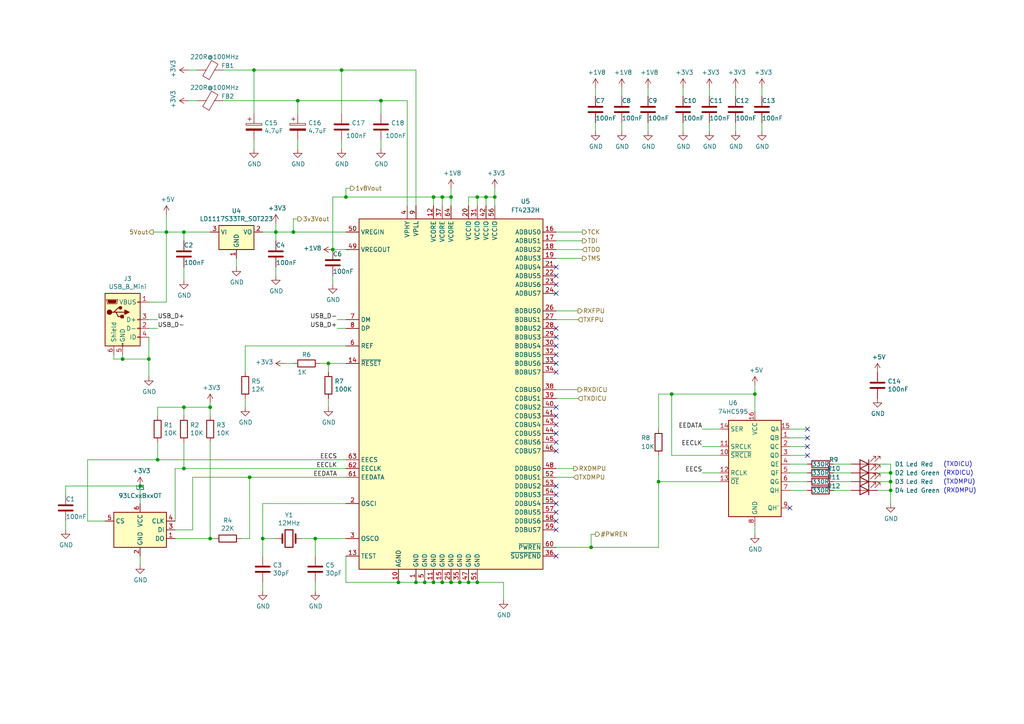
<source format=kicad_sch>
(kicad_sch (version 20230121) (generator eeschema)
  (paper "A4")
  (lib_symbols
    (symbol "74xx:74HC595"
      (property "Reference" "U" (at -7.62 13.97 0))
      (property "Value" "74HC595" (at -7.62 -16.51 0))
      (symbol "74HC595_1_0"
        (pin tri_state line (at 10.16 7.62 180) (length 2.54) (name "QB") (number "1"))
        (pin input line (at -10.16 2.54 0) (length 2.54) (name "~{SRCLR}") (number "10"))
        (pin input line (at -10.16 5.08 0) (length 2.54) (name "SRCLK") (number "11"))
        (pin input line (at -10.16 -2.54 0) (length 2.54) (name "RCLK") (number "12"))
        (pin input line (at -10.16 -5.08 0) (length 2.54) (name "~{OE}") (number "13"))
        (pin input line (at -10.16 10.16 0) (length 2.54) (name "SER") (number "14"))
        (pin tri_state line (at 10.16 10.16 180) (length 2.54) (name "QA") (number "15"))
        (pin power_in line (at 0 15.24 270) (length 2.54) (name "VCC") (number "16"))
        (pin tri_state line (at 10.16 5.08 180) (length 2.54) (name "QC") (number "2"))
        (pin tri_state line (at 10.16 2.54 180) (length 2.54) (name "QD") (number "3"))
        (pin tri_state line (at 10.16 0 180) (length 2.54) (name "QE") (number "4"))
        (pin tri_state line (at 10.16 -2.54 180) (length 2.54) (name "QF") (number "5"))
        (pin tri_state line (at 10.16 -5.08 180) (length 2.54) (name "QG") (number "6"))
        (pin tri_state line (at 10.16 -7.62 180) (length 2.54) (name "QH") (number "7"))
        (pin power_in line (at 0 -17.78 90) (length 2.54) (name "GND") (number "8"))
        (pin output line (at 10.16 -12.7 180) (length 2.54) (name "QH'") (number "9"))
      )
      (symbol "74HC595_1_1"
        (rectangle (start -7.62 12.7) (end 7.62 -15.24) (stroke (width 0.254)) (fill (type background)))
      )
    )
    (symbol "Device:C" (pin_numbers hide) (pin_names (offset 0.254))
      (property "Reference" "C" (at 0.635 2.54 0))
      (property "Value" "C" (at 0.635 -2.54 0))
      (symbol "C_0_1"
        (polyline (pts (xy -2.032 -0.762) (xy 2.032 -0.762)) (stroke (width 0.508)))
        (polyline (pts (xy -2.032 0.762) (xy 2.032 0.762)) (stroke (width 0.508)))
      )
      (symbol "C_1_1"
        (pin passive line (at 0 3.81 270) (length 2.794) (name "~") (number "1"))
        (pin passive line (at 0 -3.81 90) (length 2.794) (name "~") (number "2"))
      )
    )
    (symbol "Device:Crystal" (pin_numbers hide) (pin_names (offset 1.016) hide)
      (property "Reference" "Y" (at 0 3.81 0))
      (property "Value" "Crystal" (at 0 -3.81 0))
      (symbol "Crystal_0_1"
        (rectangle (start -1.143 2.54) (end 1.143 -2.54) (stroke (width 0.3048)))
        (polyline (pts (xy -2.54 0) (xy -1.905 0)))
        (polyline (pts (xy -1.905 -1.27) (xy -1.905 1.27)) (stroke (width 0.508)))
        (polyline (pts (xy 1.905 -1.27) (xy 1.905 1.27)) (stroke (width 0.508)))
        (polyline (pts (xy 2.54 0) (xy 1.905 0)))
      )
      (symbol "Crystal_1_1"
        (pin passive line (at -3.81 0 0) (length 1.27) (name "1") (number "1"))
        (pin passive line (at 3.81 0 180) (length 1.27) (name "2") (number "2"))
      )
    )
    (symbol "Device:LED" (pin_numbers hide) (pin_names (offset 1.016) hide)
      (property "Reference" "D" (at 0 2.54 0))
      (property "Value" "LED" (at 0 -2.54 0))
      (symbol "LED_0_1"
        (polyline (pts (xy -1.27 -1.27) (xy -1.27 1.27)) (stroke (width 0.254)))
        (polyline (pts (xy -1.27 0) (xy 1.27 0)))
        (polyline (pts (xy 1.27 -1.27) (xy 1.27 1.27) (xy -1.27 0) (xy 1.27 -1.27)) (stroke (width 0.254)))
        (polyline (pts (xy -3.048 -0.762) (xy -4.572 -2.286) (xy -3.81 -2.286) (xy -4.572 -2.286) (xy -4.572 -1.524)))
        (polyline (pts (xy -1.778 -0.762) (xy -3.302 -2.286) (xy -2.54 -2.286) (xy -3.302 -2.286) (xy -3.302 -1.524)))
      )
      (symbol "LED_1_1"
        (pin passive line (at -3.81 0 0) (length 2.54) (name "K") (number "1"))
        (pin passive line (at 3.81 0 180) (length 2.54) (name "A") (number "2"))
      )
    )
    (symbol "Device:R" (pin_numbers hide) (pin_names (offset 0))
      (property "Reference" "R" (at 2.032 0 90))
      (property "Value" "R" (at 0 0 90))
      (symbol "R_0_1"
        (rectangle (start -1.016 -2.54) (end 1.016 2.54) (stroke (width 0.254)))
      )
      (symbol "R_1_1"
        (pin passive line (at 0 3.81 270) (length 1.27) (name "~") (number "1"))
        (pin passive line (at 0 -3.81 90) (length 1.27) (name "~") (number "2"))
      )
    )
    (symbol "Interface_USB:FT4232H"
      (property "Reference" "U" (at -26.67 53.34 0))
      (property "Value" "FT4232H" (at 19.05 53.34 0))
      (symbol "FT4232H_0_1"
        (rectangle (start -26.67 -49.53) (end 26.67 52.07) (stroke (width 0.254)) (fill (type background)))
      )
      (symbol "FT4232H_1_1"
        (pin power_in line (at -10.16 -53.34 90) (length 3.81) (name "GND") (number "1"))
        (pin power_in line (at -15.24 -53.34 90) (length 3.81) (name "AGND") (number "10"))
        (pin power_in line (at -5.08 -53.34 90) (length 3.81) (name "GND") (number "11"))
        (pin power_in line (at -5.08 55.88 270) (length 3.81) (name "VCORE") (number "12"))
        (pin input line (at -30.48 -45.72 0) (length 3.81) (name "TEST") (number "13"))
        (pin input line (at -30.48 10.16 0) (length 3.81) (name "~{RESET}") (number "14"))
        (pin power_in line (at -2.54 -53.34 90) (length 3.81) (name "GND") (number "15"))
        (pin bidirectional line (at 30.48 48.26 180) (length 3.81) (name "ADBUS0") (number "16"))
        (pin bidirectional line (at 30.48 45.72 180) (length 3.81) (name "ADBUS1") (number "17"))
        (pin bidirectional line (at 30.48 43.18 180) (length 3.81) (name "ADBUS2") (number "18"))
        (pin bidirectional line (at 30.48 40.64 180) (length 3.81) (name "ADBUS3") (number "19"))
        (pin input line (at -30.48 -30.48 0) (length 3.81) (name "OSCI") (number "2"))
        (pin power_in line (at 5.08 55.88 270) (length 3.81) (name "VCCIO") (number "20"))
        (pin bidirectional line (at 30.48 38.1 180) (length 3.81) (name "ADBUS4") (number "21"))
        (pin bidirectional line (at 30.48 35.56 180) (length 3.81) (name "ADBUS5") (number "22"))
        (pin bidirectional line (at 30.48 33.02 180) (length 3.81) (name "ADBUS6") (number "23"))
        (pin bidirectional line (at 30.48 30.48 180) (length 3.81) (name "ADBUS7") (number "24"))
        (pin power_in line (at 0 -53.34 90) (length 3.81) (name "GND") (number "25"))
        (pin bidirectional line (at 30.48 25.4 180) (length 3.81) (name "BDBUS0") (number "26"))
        (pin bidirectional line (at 30.48 22.86 180) (length 3.81) (name "BDBUS1") (number "27"))
        (pin bidirectional line (at 30.48 20.32 180) (length 3.81) (name "BDBUS2") (number "28"))
        (pin bidirectional line (at 30.48 17.78 180) (length 3.81) (name "BDBUS3") (number "29"))
        (pin output line (at -30.48 -40.64 0) (length 3.81) (name "OSCO") (number "3"))
        (pin bidirectional line (at 30.48 15.24 180) (length 3.81) (name "BDBUS4") (number "30"))
        (pin power_in line (at 7.62 55.88 270) (length 3.81) (name "VCCIO") (number "31"))
        (pin bidirectional line (at 30.48 12.7 180) (length 3.81) (name "BDBUS5") (number "32"))
        (pin bidirectional line (at 30.48 10.16 180) (length 3.81) (name "BDBUS6") (number "33"))
        (pin bidirectional line (at 30.48 7.62 180) (length 3.81) (name "BDBUS7") (number "34"))
        (pin power_in line (at 2.54 -53.34 90) (length 3.81) (name "GND") (number "35"))
        (pin output line (at 30.48 -45.72 180) (length 3.81) (name "~{SUSPEND}") (number "36"))
        (pin power_in line (at -2.54 55.88 270) (length 3.81) (name "VCORE") (number "37"))
        (pin bidirectional line (at 30.48 2.54 180) (length 3.81) (name "CDBUS0") (number "38"))
        (pin bidirectional line (at 30.48 0 180) (length 3.81) (name "CDBUS1") (number "39"))
        (pin power_in line (at -12.7 55.88 270) (length 3.81) (name "VPHY") (number "4"))
        (pin bidirectional line (at 30.48 -2.54 180) (length 3.81) (name "CDBUS2") (number "40"))
        (pin bidirectional line (at 30.48 -5.08 180) (length 3.81) (name "CDBUS3") (number "41"))
        (pin power_in line (at 10.16 55.88 270) (length 3.81) (name "VCCIO") (number "42"))
        (pin bidirectional line (at 30.48 -7.62 180) (length 3.81) (name "CDBUS4") (number "43"))
        (pin bidirectional line (at 30.48 -10.16 180) (length 3.81) (name "CDBUS5") (number "44"))
        (pin bidirectional line (at 30.48 -12.7 180) (length 3.81) (name "CDBUS6") (number "45"))
        (pin bidirectional line (at 30.48 -15.24 180) (length 3.81) (name "CDBUS7") (number "46"))
        (pin power_in line (at 5.08 -53.34 90) (length 3.81) (name "GND") (number "47"))
        (pin bidirectional line (at 30.48 -20.32 180) (length 3.81) (name "DDBUS0") (number "48"))
        (pin power_out line (at -30.48 43.18 0) (length 3.81) (name "VREGOUT") (number "49"))
        (pin power_in line (at -7.62 -53.34 90) (length 3.81) (name "GND") (number "5"))
        (pin power_in line (at -30.48 48.26 0) (length 3.81) (name "VREGIN") (number "50"))
        (pin power_in line (at 7.62 -53.34 90) (length 3.81) (name "GND") (number "51"))
        (pin bidirectional line (at 30.48 -22.86 180) (length 3.81) (name "DDBUS1") (number "52"))
        (pin bidirectional line (at 30.48 -25.4 180) (length 3.81) (name "DDBUS2") (number "53"))
        (pin bidirectional line (at 30.48 -27.94 180) (length 3.81) (name "DDBUS3") (number "54"))
        (pin bidirectional line (at 30.48 -30.48 180) (length 3.81) (name "DDBUS4") (number "55"))
        (pin power_in line (at 12.7 55.88 270) (length 3.81) (name "VCCIO") (number "56"))
        (pin bidirectional line (at 30.48 -33.02 180) (length 3.81) (name "DDBUS5") (number "57"))
        (pin bidirectional line (at 30.48 -35.56 180) (length 3.81) (name "DDBUS6") (number "58"))
        (pin bidirectional line (at 30.48 -38.1 180) (length 3.81) (name "DDBUS7") (number "59"))
        (pin input line (at -30.48 15.24 0) (length 3.81) (name "REF") (number "6"))
        (pin output line (at 30.48 -43.18 180) (length 3.81) (name "~{PWREN}") (number "60"))
        (pin bidirectional line (at -30.48 -22.86 0) (length 3.81) (name "EEDATA") (number "61"))
        (pin output line (at -30.48 -20.32 0) (length 3.81) (name "EECLK") (number "62"))
        (pin output line (at -30.48 -17.78 0) (length 3.81) (name "EECS") (number "63"))
        (pin power_in line (at 0 55.88 270) (length 3.81) (name "VCORE") (number "64"))
        (pin bidirectional line (at -30.48 22.86 0) (length 3.81) (name "DM") (number "7"))
        (pin bidirectional line (at -30.48 20.32 0) (length 3.81) (name "DP") (number "8"))
        (pin power_in line (at -10.16 55.88 270) (length 3.81) (name "VPLL") (number "9"))
      )
    )
    (symbol "Memory_EEPROM:93LCxxBxxOT"
      (property "Reference" "U" (at -6.35 6.35 0))
      (property "Value" "93LCxxBxxOT" (at 7.62 -6.35 0))
      (symbol "93LCxxBxxOT_0_1"
        (rectangle (start -7.62 5.08) (end 7.62 -5.08) (stroke (width 0.254)) (fill (type background)))
      )
      (symbol "93LCxxBxxOT_1_1"
        (pin tri_state line (at 10.16 -2.54 180) (length 2.54) (name "DO") (number "1"))
        (pin power_in line (at 0 -7.62 90) (length 2.54) (name "GND") (number "2"))
        (pin input line (at 10.16 0 180) (length 2.54) (name "DI") (number "3"))
        (pin input line (at 10.16 2.54 180) (length 2.54) (name "CLK") (number "4"))
        (pin input line (at -10.16 2.54 0) (length 2.54) (name "CS") (number "5"))
        (pin power_in line (at 0 7.62 270) (length 2.54) (name "VCC") (number "6"))
      )
    )
    (symbol "Regulator_Linear:LD1117S33TR_SOT223"
      (property "Reference" "U" (at -3.81 3.175 0))
      (property "Value" "LD1117S33TR_SOT223" (at 0 3.175 0))
      (symbol "LD1117S33TR_SOT223_0_1"
        (rectangle (start -5.08 -5.08) (end 5.08 1.905) (stroke (width 0.254)) (fill (type background)))
      )
      (symbol "LD1117S33TR_SOT223_1_1"
        (pin power_in line (at 0 -7.62 90) (length 2.54) (name "GND") (number "1"))
        (pin power_out line (at 7.62 0 180) (length 2.54) (name "VO") (number "2"))
        (pin power_in line (at -7.62 0 0) (length 2.54) (name "VI") (number "3"))
      )
    )
    (symbol "ml_dev_board-rescue:CP-Device" (pin_numbers hide) (pin_names (offset 0.254))
      (property "Reference" "C" (at 0.635 2.54 0))
      (property "Value" "Device_CP" (at 0.635 -2.54 0))
      (symbol "CP-Device_0_1"
        (rectangle (start -2.286 0.508) (end 2.286 1.016))
        (polyline (pts (xy -1.778 2.286) (xy -0.762 2.286)))
        (polyline (pts (xy -1.27 2.794) (xy -1.27 1.778)))
        (rectangle (start 2.286 -0.508) (end -2.286 -1.016) (fill (type outline)))
      )
      (symbol "CP-Device_1_1"
        (pin passive line (at 0 3.81 270) (length 2.794) (name "~") (number "1"))
        (pin passive line (at 0 -3.81 90) (length 2.794) (name "~") (number "2"))
      )
    )
    (symbol "ml_dev_board-rescue:Ferrite_Bead-Device" (pin_numbers hide) (pin_names (offset 0))
      (property "Reference" "FB" (at -3.81 0.635 90))
      (property "Value" "Device_Ferrite_Bead" (at 3.81 0 90))
      (symbol "Ferrite_Bead-Device_0_1"
        (polyline (pts (xy 0 -1.27) (xy 0 -1.2192)))
        (polyline (pts (xy 0 1.27) (xy 0 1.2954)))
        (polyline (pts (xy -2.7686 0.4064) (xy -1.7018 2.2606) (xy 2.7686 -0.3048) (xy 1.6764 -2.159) (xy -2.7686 0.4064)))
      )
      (symbol "Ferrite_Bead-Device_1_1"
        (pin passive line (at 0 3.81 270) (length 2.54) (name "~") (number "1"))
        (pin passive line (at 0 -3.81 90) (length 2.54) (name "~") (number "2"))
      )
    )
    (symbol "ml_dev_board-rescue:USB_B_Mini-Connector" (pin_names (offset 1.016))
      (property "Reference" "J" (at -5.08 11.43 0))
      (property "Value" "Connector_USB_B_Mini" (at -5.08 8.89 0))
      (symbol "USB_B_Mini-Connector_0_1"
        (rectangle (start -5.08 -7.62) (end 5.08 7.62) (stroke (width 0.254)) (fill (type background)))
        (circle (center -3.81 2.159) (radius 0.635) (stroke (width 0.254)) (fill (type outline)))
        (circle (center -0.635 3.429) (radius 0.381) (stroke (width 0.254)) (fill (type outline)))
        (rectangle (start -0.127 -7.62) (end 0.127 -6.858))
        (polyline (pts (xy -1.905 2.159) (xy 0.635 2.159)) (stroke (width 0.254)))
        (polyline (pts (xy -3.175 2.159) (xy -2.54 2.159) (xy -1.27 3.429) (xy -0.635 3.429)) (stroke (width 0.254)))
        (polyline (pts (xy -2.54 2.159) (xy -1.905 2.159) (xy -1.27 0.889) (xy 0 0.889)) (stroke (width 0.254)))
        (polyline (pts (xy 0.635 2.794) (xy 0.635 1.524) (xy 1.905 2.159) (xy 0.635 2.794)) (stroke (width 0.254)) (fill (type outline)))
        (polyline (pts (xy -4.318 5.588) (xy -1.778 5.588) (xy -2.032 4.826) (xy -4.064 4.826) (xy -4.318 5.588)) (fill (type outline)))
        (polyline (pts (xy -4.699 5.842) (xy -4.699 5.588) (xy -4.445 4.826) (xy -4.445 4.572) (xy -1.651 4.572) (xy -1.651 4.826) (xy -1.397 5.588) (xy -1.397 5.842) (xy -4.699 5.842)))
        (rectangle (start 0.254 1.27) (end -0.508 0.508) (stroke (width 0.254)) (fill (type outline)))
        (rectangle (start 5.08 -5.207) (end 4.318 -4.953))
        (rectangle (start 5.08 -2.667) (end 4.318 -2.413))
        (rectangle (start 5.08 -0.127) (end 4.318 0.127))
        (rectangle (start 5.08 4.953) (end 4.318 5.207))
      )
      (symbol "USB_B_Mini-Connector_1_1"
        (pin power_out line (at 7.62 5.08 180) (length 2.54) (name "VBUS") (number "1"))
        (pin passive line (at 7.62 -2.54 180) (length 2.54) (name "D-") (number "2"))
        (pin passive line (at 7.62 0 180) (length 2.54) (name "D+") (number "3"))
        (pin passive line (at 7.62 -5.08 180) (length 2.54) (name "ID") (number "4"))
        (pin power_out line (at 0 -10.16 90) (length 2.54) (name "GND") (number "5"))
        (pin passive line (at -2.54 -10.16 90) (length 2.54) (name "Shield") (number "6"))
      )
    )
    (symbol "power:+1V8" (power) (pin_names (offset 0))
      (property "Value" "+1V8" (at 0 3.556 0))
      (symbol "+1V8_0_1"
        (polyline (pts (xy -0.762 1.27) (xy 0 2.54)))
        (polyline (pts (xy 0 0) (xy 0 2.54)))
        (polyline (pts (xy 0 2.54) (xy 0.762 1.27)))
      )
      (symbol "+1V8_1_1"
        (pin power_in line (at 0 0 90) (length 0) hide (name "+1V8") (number "1"))
      )
    )
    (symbol "power:+3V3" (power) (pin_names (offset 0))
      (property "Value" "+3V3" (at 0 3.556 0))
      (symbol "+3V3_0_1"
        (polyline (pts (xy -0.762 1.27) (xy 0 2.54)))
        (polyline (pts (xy 0 0) (xy 0 2.54)))
        (polyline (pts (xy 0 2.54) (xy 0.762 1.27)))
      )
      (symbol "+3V3_1_1"
        (pin power_in line (at 0 0 90) (length 0) hide (name "+3V3") (number "1"))
      )
    )
    (symbol "power:+5V" (power) (pin_names (offset 0))
      (property "Value" "+5V" (at 0 3.556 0))
      (symbol "+5V_0_1"
        (polyline (pts (xy -0.762 1.27) (xy 0 2.54)))
        (polyline (pts (xy 0 0) (xy 0 2.54)))
        (polyline (pts (xy 0 2.54) (xy 0.762 1.27)))
      )
      (symbol "+5V_1_1"
        (pin power_in line (at 0 0 90) (length 0) hide (name "+5V") (number "1"))
      )
    )
    (symbol "power:GND" (power) (pin_names (offset 0))
      (property "Value" "GND" (at 0 -3.81 0))
      (symbol "GND_0_1"
        (polyline (pts (xy 0 0) (xy 0 -1.27) (xy 1.27 -1.27) (xy 0 -2.54) (xy -1.27 -1.27) (xy 0 -1.27)))
      )
      (symbol "GND_1_1"
        (pin power_in line (at 0 0 270) (length 0) hide (name "GND") (number "1"))
      )
    )
  )
  (junction (at 110.49 29.21))
  (junction (at 100.33 57.15))
  (junction (at 45.72 133.35))
  (junction (at 143.51 57.15))
  (junction (at 60.96 118.11))
  (junction (at 138.43 57.15))
  (junction (at 53.34 67.31))
  (junction (at 85.09 67.31))
  (junction (at 35.56 104.14))
  (junction (at 140.97 57.15))
  (junction (at 53.34 135.89))
  (junction (at 128.27 168.91))
  (junction (at 115.57 168.91))
  (junction (at 60.96 156.21))
  (junction (at 72.39 138.43))
  (junction (at 80.01 67.31))
  (junction (at 218.948 114.3))
  (junction (at 125.73 168.91))
  (junction (at 76.2 156.21))
  (junction (at 86.36 29.21))
  (junction (at 128.27 57.15))
  (junction (at 135.89 168.91))
  (junction (at 258.318 142.24))
  (junction (at 130.81 168.91))
  (junction (at 133.35 168.91))
  (junction (at 99.06 20.32))
  (junction (at 91.44 156.21))
  (junction (at 138.43 168.91))
  (junction (at 123.19 168.91))
  (junction (at 120.65 168.91))
  (junction (at 96.52 72.39))
  (junction (at 48.26 67.31))
  (junction (at 258.318 139.7))
  (junction (at 191.008 139.7))
  (junction (at 40.64 140.97))
  (junction (at 130.81 57.15))
  (junction (at 53.34 118.11))
  (junction (at 43.18 104.14))
  (junction (at 194.818 114.3))
  (junction (at 73.66 20.32))
  (junction (at 125.73 57.15))
  (junction (at 258.318 137.16))
  (junction (at 95.25 105.41))
  (junction (at 171.45 158.75))
  (no_connect (at 161.29 125.73))
  (no_connect (at 161.29 151.13))
  (no_connect (at 161.29 80.01))
  (no_connect (at 161.29 140.97))
  (no_connect (at 229.108 147.32))
  (no_connect (at 161.29 153.67))
  (no_connect (at 161.29 102.87))
  (no_connect (at 234.188 124.46))
  (no_connect (at 161.29 77.47))
  (no_connect (at 161.29 123.19))
  (no_connect (at 161.29 100.33))
  (no_connect (at 161.29 161.29))
  (no_connect (at 161.29 128.27))
  (no_connect (at 234.188 129.54))
  (no_connect (at 161.29 118.11))
  (no_connect (at 161.29 105.41))
  (no_connect (at 161.29 146.05))
  (no_connect (at 161.29 97.79))
  (no_connect (at 161.29 143.51))
  (no_connect (at 161.29 107.95))
  (no_connect (at 161.29 120.65))
  (no_connect (at 234.188 127))
  (no_connect (at 161.29 95.25))
  (no_connect (at 161.29 85.09))
  (no_connect (at 161.29 148.59))
  (no_connect (at 161.29 130.81))
  (no_connect (at 161.29 82.55))
  (no_connect (at 234.188 132.08))
  (wire (pts (xy 205.74 27.94) (xy 205.74 25.4)))
  (wire (pts (xy 241.808 134.62) (xy 246.888 134.62)))
  (wire (pts (xy 258.318 142.24) (xy 258.318 146.05)))
  (wire (pts (xy 53.34 77.47) (xy 53.34 81.28)))
  (wire (pts (xy 86.36 29.21) (xy 110.49 29.21)))
  (wire (pts (xy 53.34 118.11) (xy 60.96 118.11)))
  (wire (pts (xy 86.36 40.64) (xy 86.36 43.18)))
  (wire (pts (xy 191.008 114.3) (xy 194.818 114.3)))
  (wire (pts (xy 115.57 168.91) (xy 120.65 168.91)))
  (wire (pts (xy 120.65 168.91) (xy 123.19 168.91)))
  (wire (pts (xy 128.27 168.91) (xy 130.81 168.91)))
  (wire (pts (xy 258.318 137.16) (xy 258.318 139.7)))
  (wire (pts (xy 187.96 38.1) (xy 187.96 35.56)))
  (wire (pts (xy 19.05 153.67) (xy 19.05 151.13)))
  (wire (pts (xy 71.12 100.33) (xy 71.12 107.95)))
  (wire (pts (xy 91.44 161.29) (xy 91.44 156.21)))
  (wire (pts (xy 161.29 67.31) (xy 168.91 67.31)))
  (wire (pts (xy 80.01 69.85) (xy 80.01 67.31)))
  (wire (pts (xy 76.2 168.91) (xy 76.2 171.45)))
  (wire (pts (xy 40.64 161.29) (xy 40.64 163.83)))
  (wire (pts (xy 99.06 40.64) (xy 99.06 43.18)))
  (wire (pts (xy 125.73 168.91) (xy 128.27 168.91)))
  (wire (pts (xy 53.34 135.89) (xy 100.33 135.89)))
  (wire (pts (xy 161.29 69.85) (xy 168.91 69.85)))
  (wire (pts (xy 50.8 151.13) (xy 50.8 135.89)))
  (wire (pts (xy 87.63 156.21) (xy 91.44 156.21)))
  (wire (pts (xy 161.29 113.03) (xy 167.64 113.03)))
  (wire (pts (xy 130.81 57.15) (xy 130.81 54.61)))
  (wire (pts (xy 73.66 20.32) (xy 99.06 20.32)))
  (wire (pts (xy 60.96 116.84) (xy 60.96 118.11)))
  (wire (pts (xy 54.61 20.32) (xy 57.15 20.32)))
  (wire (pts (xy 60.96 156.21) (xy 60.96 128.27)))
  (wire (pts (xy 140.97 59.69) (xy 140.97 57.15)))
  (wire (pts (xy 55.88 153.67) (xy 55.88 138.43)))
  (wire (pts (xy 191.008 124.46) (xy 191.008 114.3)))
  (wire (pts (xy 229.108 139.7) (xy 234.188 139.7)))
  (wire (pts (xy 50.8 156.21) (xy 60.96 156.21)))
  (wire (pts (xy 25.4 133.35) (xy 25.4 151.13)))
  (wire (pts (xy 161.29 115.57) (xy 167.64 115.57)))
  (wire (pts (xy 241.808 137.16) (xy 246.888 137.16)))
  (wire (pts (xy 161.29 90.17) (xy 167.64 90.17)))
  (wire (pts (xy 100.33 54.61) (xy 101.6 54.61)))
  (wire (pts (xy 100.33 168.91) (xy 115.57 168.91)))
  (wire (pts (xy 76.2 67.31) (xy 80.01 67.31)))
  (wire (pts (xy 203.708 124.46) (xy 208.788 124.46)))
  (wire (pts (xy 118.11 29.21) (xy 118.11 59.69)))
  (wire (pts (xy 85.09 63.5) (xy 86.36 63.5)))
  (wire (pts (xy 213.36 27.94) (xy 213.36 25.4)))
  (wire (pts (xy 146.05 168.91) (xy 146.05 173.99)))
  (wire (pts (xy 191.008 139.7) (xy 191.008 158.75)))
  (wire (pts (xy 194.818 114.3) (xy 218.948 114.3)))
  (wire (pts (xy 69.85 156.21) (xy 72.39 156.21)))
  (wire (pts (xy 76.2 156.21) (xy 80.01 156.21)))
  (wire (pts (xy 191.008 132.08) (xy 191.008 139.7)))
  (wire (pts (xy 85.09 63.5) (xy 85.09 67.31)))
  (wire (pts (xy 53.34 128.27) (xy 53.34 135.89)))
  (wire (pts (xy 95.25 115.57) (xy 95.25 118.11)))
  (wire (pts (xy 35.56 102.87) (xy 35.56 104.14)))
  (wire (pts (xy 128.27 57.15) (xy 125.73 57.15)))
  (wire (pts (xy 203.708 129.54) (xy 208.788 129.54)))
  (wire (pts (xy 161.29 74.93) (xy 168.91 74.93)))
  (wire (pts (xy 198.12 38.1) (xy 198.12 35.56)))
  (wire (pts (xy 53.34 69.85) (xy 53.34 67.31)))
  (wire (pts (xy 143.51 54.61) (xy 143.51 57.15)))
  (wire (pts (xy 110.49 33.02) (xy 110.49 29.21)))
  (wire (pts (xy 73.66 40.64) (xy 73.66 43.18)))
  (wire (pts (xy 194.818 132.08) (xy 194.818 114.3)))
  (wire (pts (xy 218.948 114.3) (xy 218.948 119.38)))
  (wire (pts (xy 91.44 168.91) (xy 91.44 171.45)))
  (wire (pts (xy 43.18 92.71) (xy 45.72 92.71)))
  (wire (pts (xy 25.4 151.13) (xy 30.48 151.13)))
  (wire (pts (xy 130.81 57.15) (xy 128.27 57.15)))
  (wire (pts (xy 229.108 137.16) (xy 234.188 137.16)))
  (wire (pts (xy 64.77 20.32) (xy 73.66 20.32)))
  (wire (pts (xy 35.56 104.14) (xy 43.18 104.14)))
  (wire (pts (xy 43.18 104.14) (xy 43.18 97.79)))
  (wire (pts (xy 95.25 105.41) (xy 95.25 107.95)))
  (wire (pts (xy 229.108 132.08) (xy 234.188 132.08)))
  (wire (pts (xy 80.01 67.31) (xy 85.09 67.31)))
  (wire (pts (xy 138.43 168.91) (xy 146.05 168.91)))
  (wire (pts (xy 258.318 134.62) (xy 258.318 137.16)))
  (wire (pts (xy 140.97 57.15) (xy 143.51 57.15)))
  (wire (pts (xy 64.77 29.21) (xy 86.36 29.21)))
  (wire (pts (xy 133.35 168.91) (xy 135.89 168.91)))
  (wire (pts (xy 53.34 67.31) (xy 48.26 67.31)))
  (wire (pts (xy 45.72 133.35) (xy 100.33 133.35)))
  (wire (pts (xy 172.72 154.94) (xy 171.45 154.94)))
  (wire (pts (xy 180.34 38.1) (xy 180.34 35.56)))
  (wire (pts (xy 258.318 139.7) (xy 258.318 142.24)))
  (wire (pts (xy 72.39 156.21) (xy 72.39 138.43)))
  (wire (pts (xy 50.8 135.89) (xy 53.34 135.89)))
  (wire (pts (xy 40.64 146.05) (xy 40.64 140.97)))
  (wire (pts (xy 110.49 29.21) (xy 118.11 29.21)))
  (wire (pts (xy 55.88 138.43) (xy 72.39 138.43)))
  (wire (pts (xy 161.29 138.43) (xy 166.37 138.43)))
  (wire (pts (xy 33.02 102.87) (xy 33.02 104.14)))
  (wire (pts (xy 96.52 72.39) (xy 96.52 57.15)))
  (wire (pts (xy 135.89 57.15) (xy 138.43 57.15)))
  (wire (pts (xy 44.45 67.31) (xy 48.26 67.31)))
  (wire (pts (xy 97.79 95.25) (xy 100.33 95.25)))
  (wire (pts (xy 48.26 67.31) (xy 48.26 87.63)))
  (wire (pts (xy 130.81 59.69) (xy 130.81 57.15)))
  (wire (pts (xy 80.01 67.31) (xy 80.01 64.77)))
  (wire (pts (xy 198.12 27.94) (xy 198.12 25.4)))
  (wire (pts (xy 92.71 105.41) (xy 95.25 105.41)))
  (wire (pts (xy 180.34 25.4) (xy 180.34 27.94)))
  (wire (pts (xy 96.52 57.15) (xy 100.33 57.15)))
  (wire (pts (xy 161.29 135.89) (xy 166.37 135.89)))
  (wire (pts (xy 229.108 142.24) (xy 234.188 142.24)))
  (wire (pts (xy 96.52 80.01) (xy 96.52 82.55)))
  (wire (pts (xy 205.74 38.1) (xy 205.74 35.56)))
  (wire (pts (xy 254.508 134.62) (xy 258.318 134.62)))
  (wire (pts (xy 213.36 38.1) (xy 213.36 35.56)))
  (wire (pts (xy 45.72 118.11) (xy 53.34 118.11)))
  (wire (pts (xy 218.948 152.4) (xy 218.948 154.94)))
  (wire (pts (xy 254.508 142.24) (xy 258.318 142.24)))
  (wire (pts (xy 97.79 92.71) (xy 100.33 92.71)))
  (wire (pts (xy 220.98 27.94) (xy 220.98 25.4)))
  (wire (pts (xy 241.808 142.24) (xy 246.888 142.24)))
  (wire (pts (xy 191.008 158.75) (xy 171.45 158.75)))
  (wire (pts (xy 60.96 67.31) (xy 53.34 67.31)))
  (wire (pts (xy 99.06 20.32) (xy 120.65 20.32)))
  (wire (pts (xy 135.89 57.15) (xy 135.89 59.69)))
  (wire (pts (xy 161.29 92.71) (xy 167.64 92.71)))
  (wire (pts (xy 172.72 25.4) (xy 172.72 27.94)))
  (wire (pts (xy 161.29 72.39) (xy 168.91 72.39)))
  (wire (pts (xy 100.33 57.15) (xy 125.73 57.15)))
  (wire (pts (xy 72.39 138.43) (xy 100.33 138.43)))
  (wire (pts (xy 76.2 146.05) (xy 76.2 156.21)))
  (wire (pts (xy 43.18 104.14) (xy 43.18 109.22)))
  (wire (pts (xy 60.96 156.21) (xy 62.23 156.21)))
  (wire (pts (xy 100.33 72.39) (xy 96.52 72.39)))
  (wire (pts (xy 203.708 137.16) (xy 208.788 137.16)))
  (wire (pts (xy 100.33 100.33) (xy 71.12 100.33)))
  (wire (pts (xy 138.43 59.69) (xy 138.43 57.15)))
  (wire (pts (xy 68.58 74.93) (xy 68.58 77.47)))
  (wire (pts (xy 45.72 120.65) (xy 45.72 118.11)))
  (wire (pts (xy 135.89 168.91) (xy 138.43 168.91)))
  (wire (pts (xy 48.26 67.31) (xy 48.26 62.23)))
  (wire (pts (xy 86.36 33.02) (xy 86.36 29.21)))
  (wire (pts (xy 218.948 111.76) (xy 218.948 114.3)))
  (wire (pts (xy 110.49 40.64) (xy 110.49 43.18)))
  (wire (pts (xy 130.81 168.91) (xy 133.35 168.91)))
  (wire (pts (xy 99.06 20.32) (xy 99.06 33.02)))
  (wire (pts (xy 82.55 105.41) (xy 85.09 105.41)))
  (wire (pts (xy 123.19 168.91) (xy 125.73 168.91)))
  (wire (pts (xy 143.51 59.69) (xy 143.51 57.15)))
  (wire (pts (xy 161.29 158.75) (xy 171.45 158.75)))
  (wire (pts (xy 220.98 38.1) (xy 220.98 35.56)))
  (wire (pts (xy 241.808 139.7) (xy 246.888 139.7)))
  (wire (pts (xy 254.508 137.16) (xy 258.318 137.16)))
  (wire (pts (xy 138.43 57.15) (xy 140.97 57.15)))
  (wire (pts (xy 45.72 128.27) (xy 45.72 133.35)))
  (wire (pts (xy 120.65 20.32) (xy 120.65 59.69)))
  (wire (pts (xy 76.2 146.05) (xy 100.33 146.05)))
  (wire (pts (xy 229.108 124.46) (xy 234.188 124.46)))
  (wire (pts (xy 229.108 129.54) (xy 234.188 129.54)))
  (wire (pts (xy 187.96 25.4) (xy 187.96 27.94)))
  (wire (pts (xy 91.44 156.21) (xy 100.33 156.21)))
  (wire (pts (xy 48.26 87.63) (xy 43.18 87.63)))
  (wire (pts (xy 50.8 153.67) (xy 55.88 153.67)))
  (wire (pts (xy 100.33 54.61) (xy 100.33 57.15)))
  (wire (pts (xy 33.02 104.14) (xy 35.56 104.14)))
  (wire (pts (xy 229.108 134.62) (xy 234.188 134.62)))
  (wire (pts (xy 71.12 115.57) (xy 71.12 118.11)))
  (wire (pts (xy 208.788 132.08) (xy 194.818 132.08)))
  (wire (pts (xy 73.66 20.32) (xy 73.66 33.02)))
  (wire (pts (xy 254.508 139.7) (xy 258.318 139.7)))
  (wire (pts (xy 53.34 120.65) (xy 53.34 118.11)))
  (wire (pts (xy 229.108 127) (xy 234.188 127)))
  (wire (pts (xy 76.2 161.29) (xy 76.2 156.21)))
  (wire (pts (xy 172.72 38.1) (xy 172.72 35.56)))
  (wire (pts (xy 25.4 133.35) (xy 45.72 133.35)))
  (wire (pts (xy 191.008 139.7) (xy 208.788 139.7)))
  (wire (pts (xy 19.05 143.51) (xy 19.05 140.97)))
  (wire (pts (xy 128.27 59.69) (xy 128.27 57.15)))
  (wire (pts (xy 40.64 140.97) (xy 19.05 140.97)))
  (wire (pts (xy 85.09 67.31) (xy 100.33 67.31)))
  (wire (pts (xy 43.18 95.25) (xy 45.72 95.25)))
  (wire (pts (xy 60.96 118.11) (xy 60.96 120.65)))
  (wire (pts (xy 80.01 80.01) (xy 80.01 77.47)))
  (wire (pts (xy 54.61 29.21) (xy 57.15 29.21)))
  (wire (pts (xy 125.73 59.69) (xy 125.73 57.15)))
  (wire (pts (xy 171.45 154.94) (xy 171.45 158.75)))
  (wire (pts (xy 100.33 161.29) (xy 100.33 168.91)))
  (wire (pts (xy 95.25 105.41) (xy 100.33 105.41)))
  (text "(RXDMPU)" (at 273.558 143.129 0) (effects (font (size 1.27 1.27)) (justify left bottom)))
  (text "(RXDICU)" (at 273.558 138.049 0) (effects (font (size 1.27 1.27)) (justify left bottom)))
  (text "(TXDICU)" (at 273.558 135.509 0) (effects (font (size 1.27 1.27)) (justify left bottom)))
  (text "(TXDMPU)" (at 273.558 140.589 0) (effects (font (size 1.27 1.27)) (justify left bottom)))
  (label "EECS" (at 203.708 137.16 180))
  (label "EEDATA" (at 203.708 124.46 180))
  (label "USB_D-" (at 97.79 92.71 180))
  (label "USB_D+" (at 97.79 95.25 180))
  (label "EECLK" (at 97.79 135.89 180))
  (label "EECS" (at 97.79 133.35 180))
  (label "EEDATA" (at 97.79 138.43 180))
  (label "USB_D+" (at 45.72 92.71 0))
  (label "EECLK" (at 203.708 129.54 180))
  (label "USB_D-" (at 45.72 95.25 0))
  (hierarchical_label "TDI" (shape output) (at 168.91 69.85 0))
  (hierarchical_label "#PWREN" (shape output) (at 172.72 154.94 0))
  (hierarchical_label "TCK" (shape output) (at 168.91 67.31 0))
  (hierarchical_label "RXDICU" (shape output) (at 167.64 113.03 0))
  (hierarchical_label "RXFPU" (shape output) (at 167.64 90.17 0))
  (hierarchical_label "3v3Vout" (shape output) (at 86.36 63.5 0))
  (hierarchical_label "RXDMPU" (shape output) (at 166.37 135.89 0))
  (hierarchical_label "TMS" (shape output) (at 168.91 74.93 0))
  (hierarchical_label "5Vout" (shape output) (at 44.45 67.31 180))
  (hierarchical_label "TXFPU" (shape input) (at 167.64 92.71 0))
  (hierarchical_label "TXDMPU" (shape input) (at 166.37 138.43 0))
  (hierarchical_label "1v8Vout" (shape output) (at 101.6 54.61 0))
  (hierarchical_label "TXDICU" (shape input) (at 167.64 115.57 0))
  (hierarchical_label "TDO" (shape input) (at 168.91 72.39 0))
  (symbol (lib_id "Interface_USB:FT4232H") (at 130.81 115.57 0) (unit 1)
    (property "Reference" "U5" (at 152.4 58.42 0))
    (property "Value" "FT4232H" (at 152.4 60.96 0))
    (property "Footprint" "ml_dev_board:LQFP-64-1EP_10x10mm_P0.5mm_EP6.5x6.5mm_no_central_solder_pad" (effects hide))
    (property "Datasheet" "https://www.ftdichip.com/Support/Documents/DataSheets/ICs/DS_FT4232H.pdf" (effects hide))
  )
  (symbol (lib_id "power:GND") (at 146.05 173.99 0) (unit 1)
    (property "Reference" "#PWR0105" (effects hide))
    (property "Value" "GND" (at 146.177 178.3842 0))
  )
  (symbol (lib_id "ml_dev_board-rescue:USB_B_Mini-Connector") (at 35.56 92.71 0) (unit 1)
    (property "Reference" "J3" (at 37.0078 80.8482 0))
    (property "Value" "USB_B_Mini" (at 37.0078 83.1596 0))
    (property "Footprint" "Connector_USB:USB_Mini-B_Lumberg_2486_01_Horizontal" (effects hide))
  )
  (symbol (lib_id "power:GND") (at 43.18 109.22 0) (unit 1)
    (property "Reference" "#PWR0106" (effects hide))
    (property "Value" "GND" (at 43.307 113.6142 0))
  )
  (symbol (lib_id "Device:C") (at 172.72 31.75 0) (unit 1)
    (property "Reference" "C7" (at 172.72 29.21 0) (effects (justify left)))
    (property "Value" "100nF" (at 172.72 34.29 0) (effects (justify left)))
    (property "Footprint" "Capacitor_SMD:C_0805_2012Metric" (effects hide))
  )
  (symbol (lib_id "Device:C") (at 180.34 31.75 0) (unit 1)
    (property "Reference" "C8" (at 180.34 29.21 0) (effects (justify left)))
    (property "Value" "100nF" (at 180.34 34.29 0) (effects (justify left)))
    (property "Footprint" "Capacitor_SMD:C_0805_2012Metric" (effects hide))
  )
  (symbol (lib_id "Device:C") (at 187.96 31.75 0) (unit 1)
    (property "Reference" "C9" (at 187.96 29.21 0) (effects (justify left)))
    (property "Value" "100nF" (at 187.96 34.29 0) (effects (justify left)))
    (property "Footprint" "Capacitor_SMD:C_0805_2012Metric" (effects hide))
  )
  (symbol (lib_id "power:+1V8") (at 172.72 25.4 0) (unit 1)
    (property "Reference" "#PWR0107" (effects hide))
    (property "Value" "+1V8" (at 173.101 21.0058 0))
  )
  (symbol (lib_id "power:+1V8") (at 180.34 25.4 0) (unit 1)
    (property "Reference" "#PWR0108" (effects hide))
    (property "Value" "+1V8" (at 180.721 21.0058 0))
  )
  (symbol (lib_id "power:+1V8") (at 187.96 25.4 0) (unit 1)
    (property "Reference" "#PWR0109" (effects hide))
    (property "Value" "+1V8" (at 188.341 21.0058 0))
  )
  (symbol (lib_id "Device:C") (at 198.12 31.75 0) (unit 1)
    (property "Reference" "C10" (at 198.12 29.21 0) (effects (justify left)))
    (property "Value" "100nF" (at 198.12 34.29 0) (effects (justify left)))
    (property "Footprint" "Capacitor_SMD:C_0805_2012Metric" (effects hide))
  )
  (symbol (lib_id "Device:C") (at 213.36 31.75 0) (unit 1)
    (property "Reference" "C12" (at 213.36 29.21 0) (effects (justify left)))
    (property "Value" "100nF" (at 213.36 34.29 0) (effects (justify left)))
    (property "Footprint" "Capacitor_SMD:C_0805_2012Metric" (effects hide))
  )
  (symbol (lib_id "Device:C") (at 205.74 31.75 0) (unit 1)
    (property "Reference" "C11" (at 205.74 29.21 0) (effects (justify left)))
    (property "Value" "100nF" (at 205.74 34.29 0) (effects (justify left)))
    (property "Footprint" "Capacitor_SMD:C_0805_2012Metric" (effects hide))
  )
  (symbol (lib_id "Device:C") (at 220.98 31.75 0) (unit 1)
    (property "Reference" "C13" (at 220.98 29.21 0) (effects (justify left)))
    (property "Value" "100nF" (at 220.98 34.29 0) (effects (justify left)))
    (property "Footprint" "Capacitor_SMD:C_0805_2012Metric" (effects hide))
  )
  (symbol (lib_id "74xx:74HC595") (at 218.948 134.62 0) (unit 1)
    (property "Reference" "U6" (at 212.598 116.84 0))
    (property "Value" "74HC595" (at 212.598 119.38 0))
    (property "Footprint" "Package_SO:TSSOP-16_4.4x5mm_P0.65mm" (effects hide))
    (property "Datasheet" "http://www.ti.com/lit/ds/symlink/sn74hc595.pdf" (effects hide))
  )
  (symbol (lib_id "power:+5V") (at 48.26 62.23 0) (unit 1)
    (property "Reference" "#PWR0138" (effects hide))
    (property "Value" "+5V" (at 48.641 57.8358 0))
  )
  (symbol (lib_id "power:+5V") (at 218.948 111.76 0) (unit 1)
    (property "Reference" "#PWR0139" (effects hide))
    (property "Value" "+5V" (at 219.329 107.3658 0))
  )
  (symbol (lib_id "power:+1V8") (at 130.81 54.61 0) (unit 1)
    (property "Reference" "#PWR0110" (effects hide))
    (property "Value" "+1V8" (at 131.191 50.2158 0))
  )
  (symbol (lib_id "power:+3V3") (at 143.51 54.61 0) (unit 1)
    (property "Reference" "#PWR0111" (effects hide))
    (property "Value" "+3V3" (at 143.891 50.2158 0))
  )
  (symbol (lib_id "ml_dev_board-rescue:Ferrite_Bead-Device") (at 60.96 20.32 270) (unit 1)
    (property "Reference" "FB1" (at 66.04 19.05 90))
    (property "Value" "220R@100MHz" (at 62.23 16.51 90))
    (property "Footprint" "Inductor_SMD:L_0805_2012Metric" (effects hide))
  )
  (symbol (lib_id "power:GND") (at 172.72 38.1 0) (unit 1)
    (property "Reference" "#PWR0112" (effects hide))
    (property "Value" "GND" (at 172.847 42.4942 0))
  )
  (symbol (lib_id "ml_dev_board-rescue:Ferrite_Bead-Device") (at 60.96 29.21 270) (unit 1)
    (property "Reference" "FB2" (at 66.04 27.94 90))
    (property "Value" "220R@100MHz" (at 62.23 25.4 90))
    (property "Footprint" "Inductor_SMD:L_0805_2012Metric" (effects hide))
  )
  (symbol (lib_id "power:GND") (at 218.948 154.94 0) (unit 1)
    (property "Reference" "#PWR0140" (effects hide))
    (property "Value" "GND" (at 219.075 159.3342 0))
  )
  (symbol (lib_id "power:GND") (at 180.34 38.1 0) (unit 1)
    (property "Reference" "#PWR0113" (effects hide))
    (property "Value" "GND" (at 180.467 42.4942 0))
  )
  (symbol (lib_id "power:GND") (at 187.96 38.1 0) (unit 1)
    (property "Reference" "#PWR0114" (effects hide))
    (property "Value" "GND" (at 188.087 42.4942 0))
  )
  (symbol (lib_id "power:GND") (at 205.74 38.1 0) (unit 1)
    (property "Reference" "#PWR0116" (effects hide))
    (property "Value" "GND" (at 205.867 42.4942 0))
  )
  (symbol (lib_id "power:GND") (at 213.36 38.1 0) (unit 1)
    (property "Reference" "#PWR0117" (effects hide))
    (property "Value" "GND" (at 213.487 42.4942 0))
  )
  (symbol (lib_id "power:GND") (at 220.98 38.1 0) (unit 1)
    (property "Reference" "#PWR0118" (effects hide))
    (property "Value" "GND" (at 221.107 42.4942 0))
  )
  (symbol (lib_id "power:+3V3") (at 198.12 25.4 0) (unit 1)
    (property "Reference" "#PWR0119" (effects hide))
    (property "Value" "+3V3" (at 198.501 21.0058 0))
  )
  (symbol (lib_id "power:+3V3") (at 205.74 25.4 0) (unit 1)
    (property "Reference" "#PWR0120" (effects hide))
    (property "Value" "+3V3" (at 206.121 21.0058 0))
  )
  (symbol (lib_id "power:+3V3") (at 213.36 25.4 0) (unit 1)
    (property "Reference" "#PWR0121" (effects hide))
    (property "Value" "+3V3" (at 213.741 21.0058 0))
  )
  (symbol (lib_id "power:+3V3") (at 220.98 25.4 0) (unit 1)
    (property "Reference" "#PWR0122" (effects hide))
    (property "Value" "+3V3" (at 221.361 21.0058 0))
  )
  (symbol (lib_id "Regulator_Linear:LD1117S33TR_SOT223") (at 68.58 67.31 0) (unit 1)
    (property "Reference" "U4" (at 68.58 61.1632 0))
    (property "Value" "LD1117S33TR_SOT223" (at 68.58 63.4746 0))
    (property "Footprint" "Package_TO_SOT_SMD:SOT-223-3_TabPin2" (effects hide))
    (property "Datasheet" "http://www.st.com/st-web-ui/static/active/en/resource/technical/document/datasheet/CD00000544.pdf" (effects hide))
  )
  (symbol (lib_id "power:GND") (at 68.58 77.47 0) (unit 1)
    (property "Reference" "#PWR0123" (effects hide))
    (property "Value" "GND" (at 68.707 81.8642 0))
  )
  (symbol (lib_id "power:+3V3") (at 54.61 29.21 90) (unit 1)
    (property "Reference" "#PWR0145" (effects hide))
    (property "Value" "+3V3" (at 50.2158 28.829 0))
  )
  (symbol (lib_id "Device:C") (at 53.34 73.66 0) (unit 1)
    (property "Reference" "C2" (at 53.34 71.12 0) (effects (justify left)))
    (property "Value" "100nF" (at 53.34 76.2 0) (effects (justify left)))
    (property "Footprint" "Capacitor_SMD:C_0805_2012Metric" (effects hide))
  )
  (symbol (lib_id "power:GND") (at 53.34 81.28 0) (unit 1)
    (property "Reference" "#PWR0124" (effects hide))
    (property "Value" "GND" (at 53.467 85.6742 0))
  )
  (symbol (lib_id "Device:C") (at 80.01 73.66 0) (unit 1)
    (property "Reference" "C4" (at 80.01 71.12 0) (effects (justify left)))
    (property "Value" "100nF" (at 80.01 76.2 0) (effects (justify left)))
    (property "Footprint" "Capacitor_SMD:C_0805_2012Metric" (effects hide))
  )
  (symbol (lib_id "power:GND") (at 80.01 80.01 0) (unit 1)
    (property "Reference" "#PWR0125" (effects hide))
    (property "Value" "GND" (at 80.137 84.4042 0))
  )
  (symbol (lib_id "power:+3V3") (at 80.01 64.77 0) (unit 1)
    (property "Reference" "#PWR0126" (effects hide))
    (property "Value" "+3V3" (at 80.391 60.3758 0))
  )
  (symbol (lib_id "Device:C") (at 96.52 76.2 0) (unit 1)
    (property "Reference" "C6" (at 96.52 73.66 0) (effects (justify left)))
    (property "Value" "100nF" (at 96.52 78.74 0) (effects (justify left)))
    (property "Footprint" "Capacitor_SMD:C_0805_2012Metric" (effects hide))
  )
  (symbol (lib_id "Device:R") (at 191.008 128.27 0) (unit 1)
    (property "Reference" "R8" (at 185.928 127 0) (effects (justify left)))
    (property "Value" "10K" (at 185.928 129.54 0) (effects (justify left)))
    (property "Footprint" "Resistor_SMD:R_0805_2012Metric" (effects hide))
  )
  (symbol (lib_id "Device:C") (at 110.49 36.83 0) (unit 1)
    (property "Reference" "C18" (at 113.411 35.6616 0) (effects (justify left)))
    (property "Value" "100nF" (at 111.76 39.37 0) (effects (justify left)))
    (property "Footprint" "Capacitor_SMD:C_0805_2012Metric" (effects hide))
  )
  (symbol (lib_id "Device:C") (at 99.06 36.83 0) (unit 1)
    (property "Reference" "C17" (at 101.981 35.6616 0) (effects (justify left)))
    (property "Value" "100nF" (at 100.33 39.37 0) (effects (justify left)))
    (property "Footprint" "Capacitor_SMD:C_0805_2012Metric" (effects hide))
  )
  (symbol (lib_id "power:GND") (at 110.49 43.18 0) (unit 1)
    (property "Reference" "#PWR0146" (effects hide))
    (property "Value" "GND" (at 110.617 47.5742 0))
  )
  (symbol (lib_id "power:GND") (at 99.06 43.18 0) (unit 1)
    (property "Reference" "#PWR0147" (effects hide))
    (property "Value" "GND" (at 99.187 47.5742 0))
  )
  (symbol (lib_id "power:+1V8") (at 96.52 72.39 90) (unit 1)
    (property "Reference" "#PWR0127" (effects hide))
    (property "Value" "+1V8" (at 93.2688 72.009 90) (effects (justify left)))
  )
  (symbol (lib_id "Device:C") (at 254.508 111.76 0) (unit 1)
    (property "Reference" "C14" (at 257.429 110.5916 0) (effects (justify left)))
    (property "Value" "100nF" (at 257.429 112.903 0) (effects (justify left)))
    (property "Footprint" "Capacitor_SMD:C_0805_2012Metric" (effects hide))
  )
  (symbol (lib_id "power:GND") (at 254.508 115.57 0) (unit 1)
    (property "Reference" "#PWR0141" (effects hide))
    (property "Value" "GND" (at 254.635 119.9642 0))
  )
  (symbol (lib_id "power:+5V") (at 254.508 107.95 0) (unit 1)
    (property "Reference" "#PWR0142" (effects hide))
    (property "Value" "+5V" (at 254.889 103.5558 0))
  )
  (symbol (lib_id "Device:R") (at 95.25 111.76 0) (unit 1)
    (property "Reference" "R7" (at 97.028 110.5916 0) (effects (justify left)))
    (property "Value" "100K" (at 97.028 112.903 0) (effects (justify left)))
    (property "Footprint" "Resistor_SMD:R_0805_2012Metric" (effects hide))
  )
  (symbol (lib_id "Device:R") (at 88.9 105.41 270) (unit 1)
    (property "Reference" "R6" (at 88.9 102.87 90))
    (property "Value" "1K" (at 87.63 107.95 90))
    (property "Footprint" "Resistor_SMD:R_0805_2012Metric" (effects hide))
  )
  (symbol (lib_id "power:GND") (at 95.25 118.11 0) (unit 1)
    (property "Reference" "#PWR0128" (effects hide))
    (property "Value" "GND" (at 95.377 122.5042 0))
  )
  (symbol (lib_id "power:+3V3") (at 82.55 105.41 90) (unit 1)
    (property "Reference" "#PWR0129" (effects hide))
    (property "Value" "+3V3" (at 79.2988 105.029 90) (effects (justify left)))
  )
  (symbol (lib_id "Device:R") (at 71.12 111.76 0) (unit 1)
    (property "Reference" "R5" (at 72.898 110.5916 0) (effects (justify left)))
    (property "Value" "12K" (at 72.898 112.903 0) (effects (justify left)))
    (property "Footprint" "Resistor_SMD:R_0805_2012Metric" (effects hide))
  )
  (symbol (lib_id "Device:R") (at 237.998 134.62 90) (unit 1)
    (property "Reference" "R9" (at 241.808 133.35 90))
    (property "Value" "330R" (at 237.998 134.62 90))
    (property "Footprint" "Resistor_SMD:R_0805_2012Metric" (effects hide))
  )
  (symbol (lib_id "Device:R") (at 237.998 137.16 90) (unit 1)
    (property "Reference" "R10" (at 241.808 135.89 90))
    (property "Value" "330R" (at 237.998 137.16 90))
    (property "Footprint" "Resistor_SMD:R_0805_2012Metric" (effects hide))
  )
  (symbol (lib_id "Device:R") (at 237.998 139.7 90) (unit 1)
    (property "Reference" "R11" (at 241.808 138.43 90))
    (property "Value" "330R" (at 237.998 139.7 90))
    (property "Footprint" "Resistor_SMD:R_0805_2012Metric" (effects hide))
  )
  (symbol (lib_id "Device:R") (at 237.998 142.24 90) (unit 1)
    (property "Reference" "R12" (at 241.808 140.97 90))
    (property "Value" "330R" (at 237.998 142.24 90))
    (property "Footprint" "Resistor_SMD:R_0805_2012Metric" (effects hide))
  )
  (symbol (lib_id "power:GND") (at 71.12 118.11 0) (unit 1)
    (property "Reference" "#PWR0130" (effects hide))
    (property "Value" "GND" (at 71.247 122.5042 0))
  )
  (symbol (lib_id "Device:C") (at 91.44 165.1 0) (unit 1)
    (property "Reference" "C5" (at 94.361 163.9316 0) (effects (justify left)))
    (property "Value" "30pF" (at 94.361 166.243 0) (effects (justify left)))
    (property "Footprint" "Capacitor_SMD:C_0805_2012Metric" (effects hide))
  )
  (symbol (lib_id "Device:C") (at 76.2 165.1 0) (unit 1)
    (property "Reference" "C3" (at 79.121 163.9316 0) (effects (justify left)))
    (property "Value" "30pF" (at 79.121 166.243 0) (effects (justify left)))
    (property "Footprint" "Capacitor_SMD:C_0805_2012Metric" (effects hide))
  )
  (symbol (lib_id "Device:Crystal") (at 83.82 156.21 0) (unit 1)
    (property "Reference" "Y1" (at 83.82 149.4028 0))
    (property "Value" "12MHz" (at 83.82 151.7142 0))
    (property "Footprint" "Crystal:Crystal_SMD_TXC_7M-4Pin_3.2x2.5mm" (effects hide))
  )
  (symbol (lib_id "ml_dev_board-rescue:CP-Device") (at 86.36 36.83 0) (unit 1)
    (property "Reference" "C16" (at 89.3572 35.6616 0) (effects (justify left)))
    (property "Value" "4.7uF" (at 89.3572 37.973 0) (effects (justify left)))
    (property "Footprint" "Capacitor_Tantalum_SMD:CP_EIA-3216-18_Kemet-A" (effects hide))
  )
  (symbol (lib_id "ml_dev_board-rescue:CP-Device") (at 73.66 36.83 0) (unit 1)
    (property "Reference" "C15" (at 76.6572 35.6616 0) (effects (justify left)))
    (property "Value" "4.7uF" (at 76.6572 37.973 0) (effects (justify left)))
    (property "Footprint" "Capacitor_Tantalum_SMD:CP_EIA-3216-18_Kemet-A" (effects hide))
  )
  (symbol (lib_id "power:GND") (at 76.2 171.45 0) (unit 1)
    (property "Reference" "#PWR0131" (effects hide))
    (property "Value" "GND" (at 76.327 175.8442 0))
  )
  (symbol (lib_id "power:GND") (at 91.44 171.45 0) (unit 1)
    (property "Reference" "#PWR0132" (effects hide))
    (property "Value" "GND" (at 91.567 175.8442 0))
  )
  (symbol (lib_id "Device:C") (at 19.05 147.32 0) (unit 1)
    (property "Reference" "C1" (at 19.05 144.78 0) (effects (justify left)))
    (property "Value" "100nF" (at 19.05 149.86 0) (effects (justify left)))
    (property "Footprint" "Capacitor_SMD:C_0805_2012Metric" (effects hide))
  )
  (symbol (lib_id "power:GND") (at 19.05 153.67 0) (unit 1)
    (property "Reference" "#PWR0133" (effects hide))
    (property "Value" "GND" (at 19.177 158.0642 0))
  )
  (symbol (lib_id "power:GND") (at 86.36 43.18 0) (unit 1)
    (property "Reference" "#PWR0148" (effects hide))
    (property "Value" "GND" (at 86.487 47.5742 0))
  )
  (symbol (lib_id "power:GND") (at 73.66 43.18 0) (unit 1)
    (property "Reference" "#PWR0149" (effects hide))
    (property "Value" "GND" (at 73.787 47.5742 0))
  )
  (symbol (lib_id "power:GND") (at 40.64 163.83 0) (unit 1)
    (property "Reference" "#PWR0134" (effects hide))
    (property "Value" "GND" (at 40.767 168.2242 0))
  )
  (symbol (lib_id "power:+3V3") (at 40.64 140.97 0) (unit 1)
    (property "Reference" "#PWR0135" (effects hide))
    (property "Value" "+3V3" (at 41.021 136.5758 0))
  )
  (symbol (lib_id "Device:R") (at 66.04 156.21 270) (unit 1)
    (property "Reference" "R4" (at 66.04 150.9522 90))
    (property "Value" "22K" (at 66.04 153.2636 90))
    (property "Footprint" "Resistor_SMD:R_0805_2012Metric" (effects hide))
  )
  (symbol (lib_id "power:+3V3") (at 60.96 116.84 0) (unit 1)
    (property "Reference" "#PWR0136" (effects hide))
    (property "Value" "+3V3" (at 61.341 112.4458 0))
  )
  (symbol (lib_id "power:GND") (at 258.318 146.05 0) (unit 1)
    (property "Reference" "#PWR0143" (effects hide))
    (property "Value" "GND" (at 258.445 150.4442 0))
  )
  (symbol (lib_id "Device:LED") (at 250.698 134.62 180) (unit 1)
    (property "Reference" "D1" (at 260.858 134.62 0))
    (property "Value" "Led Red" (at 266.7 134.62 0))
    (property "Footprint" "LED_SMD:LED_0805_2012Metric" (effects hide))
  )
  (symbol (lib_id "Device:LED") (at 250.698 137.16 180) (unit 1)
    (property "Reference" "D2" (at 260.858 137.16 0))
    (property "Value" "Led Green" (at 267.716 137.16 0))
    (property "Footprint" "LED_SMD:LED_0805_2012Metric" (effects hide))
  )
  (symbol (lib_id "Device:LED") (at 250.698 139.7 180) (unit 1)
    (property "Reference" "D3" (at 260.858 139.7 0))
    (property "Value" "Led Red" (at 266.7 139.7 0))
    (property "Footprint" "LED_SMD:LED_0805_2012Metric" (effects hide))
  )
  (symbol (lib_id "Device:LED") (at 250.698 142.24 180) (unit 1)
    (property "Reference" "D4" (at 260.858 142.24 0))
    (property "Value" "Led Green" (at 267.716 142.24 0))
    (property "Footprint" "LED_SMD:LED_0805_2012Metric" (effects hide))
  )
  (symbol (lib_id "Device:R") (at 60.96 124.46 0) (unit 1)
    (property "Reference" "R3" (at 62.738 123.2916 0) (effects (justify left)))
    (property "Value" "10K" (at 62.738 125.603 0) (effects (justify left)))
    (property "Footprint" "Resistor_SMD:R_0805_2012Metric" (effects hide))
  )
  (symbol (lib_id "Device:R") (at 53.34 124.46 0) (unit 1)
    (property "Reference" "R2" (at 55.118 123.2916 0) (effects (justify left)))
    (property "Value" "10K" (at 55.118 125.603 0) (effects (justify left)))
    (property "Footprint" "Resistor_SMD:R_0805_2012Metric" (effects hide))
  )
  (symbol (lib_id "Device:R") (at 45.72 124.46 0) (unit 1)
    (property "Reference" "R1" (at 47.498 123.2916 0) (effects (justify left)))
    (property "Value" "10K" (at 47.498 125.603 0) (effects (justify left)))
    (property "Footprint" "Resistor_SMD:R_0805_2012Metric" (effects hide))
  )
  (symbol (lib_id "power:GND") (at 96.52 82.55 0) (unit 1)
    (property "Reference" "#PWR0150" (effects hide))
    (property "Value" "GND" (at 96.647 86.9442 0))
  )
  (symbol (lib_id "power:+3V3") (at 54.61 20.32 90) (unit 1)
    (property "Reference" "#PWR0137" (effects hide))
    (property "Value" "+3V3" (at 50.2158 19.939 0))
  )
  (symbol (lib_id "power:GND") (at 198.12 38.1 0) (unit 1)
    (property "Reference" "#PWR0115" (effects hide))
    (property "Value" "GND" (at 198.247 42.4942 0))
  )
  (symbol (lib_id "Memory_EEPROM:93LCxxBxxOT") (at 40.64 153.67 0) (unit 1)
    (property "Reference" "U3" (at 40.64 141.4526 0))
    (property "Value" "93LCxxBxxOT" (at 40.64 143.764 0))
    (property "Footprint" "Package_TO_SOT_SMD:SOT-23-6" (effects hide))
    (property "Datasheet" "http://ww1.microchip.com/downloads/en/DeviceDoc/20001749K.pdf" (effects hide))
  )
)
</source>
